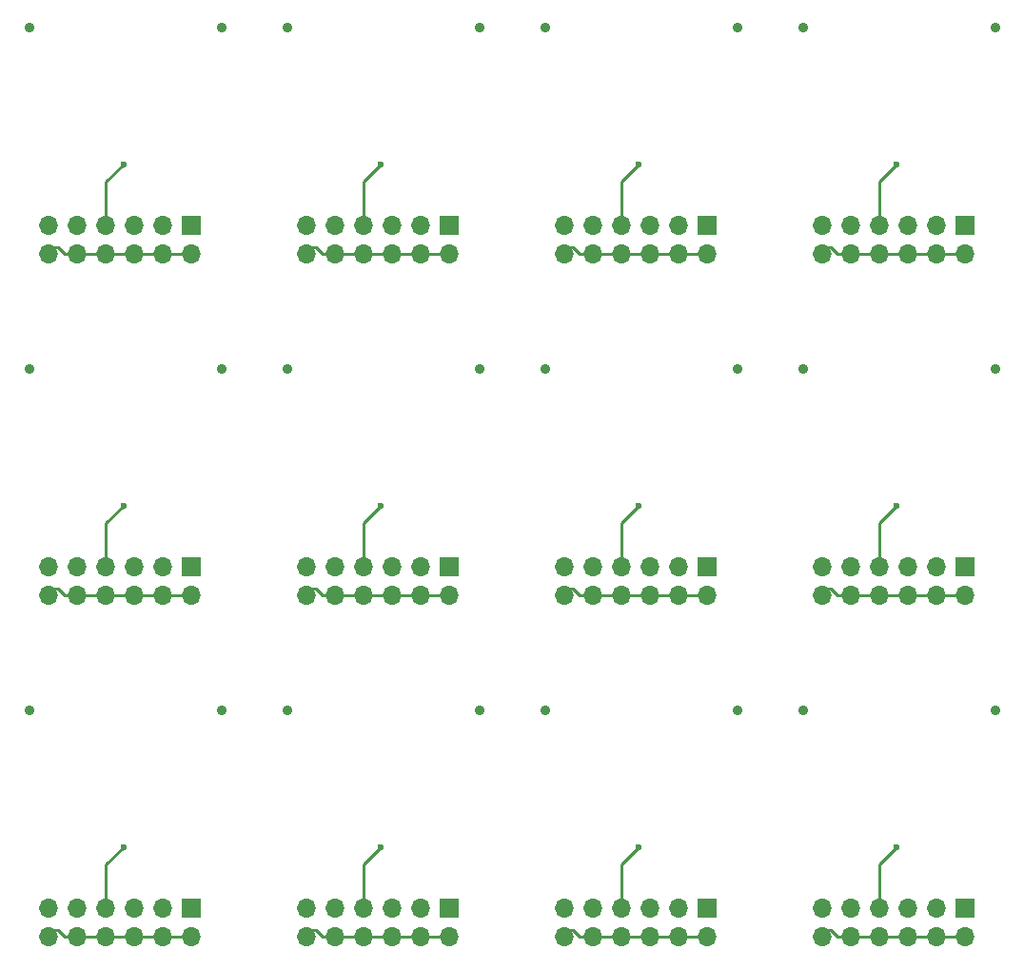
<source format=gbl>
%MOIN*%
%OFA0B0*%
%FSLAX46Y46*%
%IPPOS*%
%LPD*%
%ADD10C,0.0039370078740157488*%
%ADD11C,0.035433070866141732*%
%ADD12R,0.066929133858267723X0.066929133858267723*%
%ADD13O,0.066929133858267723X0.066929133858267723*%
%ADD14C,0.023622047244094488*%
%ADD15C,0.00984251968503937*%
%ADD26C,0.0039370078740157488*%
%ADD27C,0.035433070866141732*%
%ADD28R,0.066929133858267723X0.066929133858267723*%
%ADD29O,0.066929133858267723X0.066929133858267723*%
%ADD30C,0.023622047244094488*%
%ADD31C,0.00984251968503937*%
%ADD32C,0.0039370078740157488*%
%ADD33C,0.035433070866141732*%
%ADD34R,0.066929133858267723X0.066929133858267723*%
%ADD35O,0.066929133858267723X0.066929133858267723*%
%ADD36C,0.023622047244094488*%
%ADD37C,0.00984251968503937*%
%ADD38C,0.0039370078740157488*%
%ADD39C,0.035433070866141732*%
%ADD40R,0.066929133858267723X0.066929133858267723*%
%ADD41O,0.066929133858267723X0.066929133858267723*%
%ADD42C,0.023622047244094488*%
%ADD43C,0.00984251968503937*%
%ADD44C,0.0039370078740157488*%
%ADD45C,0.035433070866141732*%
%ADD46R,0.066929133858267723X0.066929133858267723*%
%ADD47O,0.066929133858267723X0.066929133858267723*%
%ADD48C,0.023622047244094488*%
%ADD49C,0.00984251968503937*%
%ADD50C,0.0039370078740157488*%
%ADD51C,0.035433070866141732*%
%ADD52R,0.066929133858267723X0.066929133858267723*%
%ADD53O,0.066929133858267723X0.066929133858267723*%
%ADD54C,0.023622047244094488*%
%ADD55C,0.00984251968503937*%
%ADD56C,0.0039370078740157488*%
%ADD57C,0.035433070866141732*%
%ADD58R,0.066929133858267723X0.066929133858267723*%
%ADD59O,0.066929133858267723X0.066929133858267723*%
%ADD60C,0.023622047244094488*%
%ADD61C,0.00984251968503937*%
%ADD62C,0.0039370078740157488*%
%ADD63C,0.035433070866141732*%
%ADD64R,0.066929133858267723X0.066929133858267723*%
%ADD65O,0.066929133858267723X0.066929133858267723*%
%ADD66C,0.023622047244094488*%
%ADD67C,0.00984251968503937*%
%ADD68C,0.0039370078740157488*%
%ADD69C,0.035433070866141732*%
%ADD70R,0.066929133858267723X0.066929133858267723*%
%ADD71O,0.066929133858267723X0.066929133858267723*%
%ADD72C,0.023622047244094488*%
%ADD73C,0.00984251968503937*%
%ADD74C,0.0039370078740157488*%
%ADD75C,0.035433070866141732*%
%ADD76R,0.066929133858267723X0.066929133858267723*%
%ADD77O,0.066929133858267723X0.066929133858267723*%
%ADD78C,0.023622047244094488*%
%ADD79C,0.00984251968503937*%
%ADD80C,0.0039370078740157488*%
%ADD81C,0.035433070866141732*%
%ADD82R,0.066929133858267723X0.066929133858267723*%
%ADD83O,0.066929133858267723X0.066929133858267723*%
%ADD84C,0.023622047244094488*%
%ADD85C,0.00984251968503937*%
%ADD86C,0.0039370078740157488*%
%ADD87C,0.035433070866141732*%
%ADD88R,0.066929133858267723X0.066929133858267723*%
%ADD89O,0.066929133858267723X0.066929133858267723*%
%ADD90C,0.023622047244094488*%
%ADD91C,0.00984251968503937*%
G01G01*
D10*
D11*
X0000002500Y0000000000D02*
X0000724921Y0000852775D03*
X0000051692Y0000852775D03*
D12*
X0000620000Y0000160019D03*
D13*
X0000620000Y0000060019D03*
X0000520000Y0000160019D03*
X0000520000Y0000060019D03*
X0000420000Y0000160019D03*
X0000420000Y0000060019D03*
X0000320000Y0000160019D03*
X0000320000Y0000060019D03*
X0000220000Y0000160019D03*
X0000220000Y0000060019D03*
X0000120000Y0000160019D03*
X0000120000Y0000060019D03*
D14*
X0000380236Y0000373862D03*
D15*
X0000220000Y0000060019D02*
X0000320000Y0000060019D01*
X0000320000Y0000060019D02*
X0000420000Y0000060019D01*
X0000420000Y0000060019D02*
X0000520000Y0000060019D01*
X0000520000Y0000060019D02*
X0000620000Y0000060019D01*
X0000120000Y0000060019D02*
X0000120000Y0000083157D01*
X0000150590Y0000083157D02*
X0000173728Y0000060019D01*
X0000120000Y0000083157D02*
X0000150590Y0000083157D01*
X0000220000Y0000060019D02*
X0000173728Y0000060019D01*
X0000320000Y0000313625D02*
X0000380236Y0000373862D01*
X0000320000Y0000160019D02*
X0000320000Y0000313625D01*
G04 next file*
G04 #@! TF.FileFunction,Copper,L2,Bot,Signal*
G04 Gerber Fmt 4.6, Leading zero omitted, Abs format (unit mm)*
G04 Created by KiCad (PCBNEW 4.0.4-stable) date 05/23/17 22:39:58*
G01G01*
G04 APERTURE LIST*
G04 APERTURE END LIST*
D26*
D27*
X0000002500Y0001195610D02*
X0000724921Y0002048385D03*
X0000051692Y0002048385D03*
D28*
X0000620000Y0001355629D03*
D29*
X0000620000Y0001255629D03*
X0000520000Y0001355629D03*
X0000520000Y0001255629D03*
X0000420000Y0001355629D03*
X0000420000Y0001255629D03*
X0000320000Y0001355629D03*
X0000320000Y0001255629D03*
X0000220000Y0001355629D03*
X0000220000Y0001255629D03*
X0000120000Y0001355629D03*
X0000120000Y0001255629D03*
D30*
X0000380236Y0001569472D03*
D31*
X0000220000Y0001255629D02*
X0000320000Y0001255629D01*
X0000320000Y0001255629D02*
X0000420000Y0001255629D01*
X0000420000Y0001255629D02*
X0000520000Y0001255629D01*
X0000520000Y0001255629D02*
X0000620000Y0001255629D01*
X0000120000Y0001255629D02*
X0000120000Y0001278767D01*
X0000150590Y0001278767D02*
X0000173728Y0001255629D01*
X0000120000Y0001278767D02*
X0000150590Y0001278767D01*
X0000220000Y0001255629D02*
X0000173728Y0001255629D01*
X0000320000Y0001509236D02*
X0000380236Y0001569472D01*
X0000320000Y0001355629D02*
X0000320000Y0001509236D01*
G04 next file*
G04 #@! TF.FileFunction,Copper,L2,Bot,Signal*
G04 Gerber Fmt 4.6, Leading zero omitted, Abs format (unit mm)*
G04 Created by KiCad (PCBNEW 4.0.4-stable) date 05/23/17 22:39:58*
G01G01*
G04 APERTURE LIST*
G04 APERTURE END LIST*
D32*
D33*
X0000002500Y0002391220D02*
X0000724921Y0003243996D03*
X0000051692Y0003243996D03*
D34*
X0000620000Y0002551240D03*
D35*
X0000620000Y0002451240D03*
X0000520000Y0002551240D03*
X0000520000Y0002451240D03*
X0000420000Y0002551240D03*
X0000420000Y0002451240D03*
X0000320000Y0002551240D03*
X0000320000Y0002451240D03*
X0000220000Y0002551240D03*
X0000220000Y0002451240D03*
X0000120000Y0002551240D03*
X0000120000Y0002451240D03*
D36*
X0000380236Y0002765082D03*
D37*
X0000220000Y0002451240D02*
X0000320000Y0002451240D01*
X0000320000Y0002451240D02*
X0000420000Y0002451240D01*
X0000420000Y0002451240D02*
X0000520000Y0002451240D01*
X0000520000Y0002451240D02*
X0000620000Y0002451240D01*
X0000120000Y0002451240D02*
X0000120000Y0002474377D01*
X0000150590Y0002474377D02*
X0000173728Y0002451240D01*
X0000120000Y0002474377D02*
X0000150590Y0002474377D01*
X0000220000Y0002451240D02*
X0000173728Y0002451240D01*
X0000320000Y0002704846D02*
X0000380236Y0002765082D01*
X0000320000Y0002551240D02*
X0000320000Y0002704846D01*
G04 next file*
G04 #@! TF.FileFunction,Copper,L2,Bot,Signal*
G04 Gerber Fmt 4.6, Leading zero omitted, Abs format (unit mm)*
G04 Created by KiCad (PCBNEW 4.0.4-stable) date 05/23/17 22:39:58*
G01G01*
G04 APERTURE LIST*
G04 APERTURE END LIST*
D38*
D39*
X0000905610Y0000000000D02*
X0001628031Y0000852775D03*
X0000954803Y0000852775D03*
D40*
X0001523110Y0000160019D03*
D41*
X0001523110Y0000060019D03*
X0001423110Y0000160019D03*
X0001423110Y0000060019D03*
X0001323110Y0000160019D03*
X0001323110Y0000060019D03*
X0001223110Y0000160019D03*
X0001223110Y0000060019D03*
X0001123110Y0000160019D03*
X0001123110Y0000060019D03*
X0001023110Y0000160019D03*
X0001023110Y0000060019D03*
D42*
X0001283346Y0000373862D03*
D43*
X0001123110Y0000060019D02*
X0001223110Y0000060019D01*
X0001223110Y0000060019D02*
X0001323110Y0000060019D01*
X0001323110Y0000060019D02*
X0001423110Y0000060019D01*
X0001423110Y0000060019D02*
X0001523110Y0000060019D01*
X0001023110Y0000060019D02*
X0001023110Y0000083157D01*
X0001053700Y0000083157D02*
X0001076838Y0000060019D01*
X0001023110Y0000083157D02*
X0001053700Y0000083157D01*
X0001123110Y0000060019D02*
X0001076838Y0000060019D01*
X0001223110Y0000313625D02*
X0001283346Y0000373862D01*
X0001223110Y0000160019D02*
X0001223110Y0000313625D01*
G04 next file*
G04 #@! TF.FileFunction,Copper,L2,Bot,Signal*
G04 Gerber Fmt 4.6, Leading zero omitted, Abs format (unit mm)*
G04 Created by KiCad (PCBNEW 4.0.4-stable) date 05/23/17 22:39:58*
G01G01*
G04 APERTURE LIST*
G04 APERTURE END LIST*
D44*
D45*
X0001808720Y0000000000D02*
X0002531141Y0000852775D03*
X0001857913Y0000852775D03*
D46*
X0002426220Y0000160019D03*
D47*
X0002426220Y0000060019D03*
X0002326220Y0000160019D03*
X0002326220Y0000060019D03*
X0002226220Y0000160019D03*
X0002226220Y0000060019D03*
X0002126220Y0000160019D03*
X0002126220Y0000060019D03*
X0002026220Y0000160019D03*
X0002026220Y0000060019D03*
X0001926220Y0000160019D03*
X0001926220Y0000060019D03*
D48*
X0002186456Y0000373862D03*
D49*
X0002026220Y0000060019D02*
X0002126220Y0000060019D01*
X0002126220Y0000060019D02*
X0002226220Y0000060019D01*
X0002226220Y0000060019D02*
X0002326220Y0000060019D01*
X0002326220Y0000060019D02*
X0002426220Y0000060019D01*
X0001926220Y0000060019D02*
X0001926220Y0000083157D01*
X0001956811Y0000083157D02*
X0001979948Y0000060019D01*
X0001926220Y0000083157D02*
X0001956811Y0000083157D01*
X0002026220Y0000060019D02*
X0001979948Y0000060019D01*
X0002126220Y0000313625D02*
X0002186456Y0000373862D01*
X0002126220Y0000160019D02*
X0002126220Y0000313625D01*
G04 next file*
G04 #@! TF.FileFunction,Copper,L2,Bot,Signal*
G04 Gerber Fmt 4.6, Leading zero omitted, Abs format (unit mm)*
G04 Created by KiCad (PCBNEW 4.0.4-stable) date 05/23/17 22:39:58*
G01G01*
G04 APERTURE LIST*
G04 APERTURE END LIST*
D50*
D51*
X0002711830Y0000000000D02*
X0003434251Y0000852775D03*
X0002761023Y0000852775D03*
D52*
X0003329330Y0000160019D03*
D53*
X0003329330Y0000060019D03*
X0003229330Y0000160019D03*
X0003229330Y0000060019D03*
X0003129330Y0000160019D03*
X0003129330Y0000060019D03*
X0003029330Y0000160019D03*
X0003029330Y0000060019D03*
X0002929330Y0000160019D03*
X0002929330Y0000060019D03*
X0002829330Y0000160019D03*
X0002829330Y0000060019D03*
D54*
X0003089566Y0000373862D03*
D55*
X0002929330Y0000060019D02*
X0003029330Y0000060019D01*
X0003029330Y0000060019D02*
X0003129330Y0000060019D01*
X0003129330Y0000060019D02*
X0003229330Y0000060019D01*
X0003229330Y0000060019D02*
X0003329330Y0000060019D01*
X0002829330Y0000060019D02*
X0002829330Y0000083157D01*
X0002859921Y0000083157D02*
X0002883059Y0000060019D01*
X0002829330Y0000083157D02*
X0002859921Y0000083157D01*
X0002929330Y0000060019D02*
X0002883059Y0000060019D01*
X0003029330Y0000313625D02*
X0003089566Y0000373862D01*
X0003029330Y0000160019D02*
X0003029330Y0000313625D01*
G04 next file*
G04 #@! TF.FileFunction,Copper,L2,Bot,Signal*
G04 Gerber Fmt 4.6, Leading zero omitted, Abs format (unit mm)*
G04 Created by KiCad (PCBNEW 4.0.4-stable) date 05/23/17 22:39:58*
G01G01*
G04 APERTURE LIST*
G04 APERTURE END LIST*
D56*
D57*
X0000905610Y0001195610D02*
X0001628031Y0002048385D03*
X0000954803Y0002048385D03*
D58*
X0001523110Y0001355629D03*
D59*
X0001523110Y0001255629D03*
X0001423110Y0001355629D03*
X0001423110Y0001255629D03*
X0001323110Y0001355629D03*
X0001323110Y0001255629D03*
X0001223110Y0001355629D03*
X0001223110Y0001255629D03*
X0001123110Y0001355629D03*
X0001123110Y0001255629D03*
X0001023110Y0001355629D03*
X0001023110Y0001255629D03*
D60*
X0001283346Y0001569472D03*
D61*
X0001123110Y0001255629D02*
X0001223110Y0001255629D01*
X0001223110Y0001255629D02*
X0001323110Y0001255629D01*
X0001323110Y0001255629D02*
X0001423110Y0001255629D01*
X0001423110Y0001255629D02*
X0001523110Y0001255629D01*
X0001023110Y0001255629D02*
X0001023110Y0001278767D01*
X0001053700Y0001278767D02*
X0001076838Y0001255629D01*
X0001023110Y0001278767D02*
X0001053700Y0001278767D01*
X0001123110Y0001255629D02*
X0001076838Y0001255629D01*
X0001223110Y0001509236D02*
X0001283346Y0001569472D01*
X0001223110Y0001355629D02*
X0001223110Y0001509236D01*
G04 next file*
G04 #@! TF.FileFunction,Copper,L2,Bot,Signal*
G04 Gerber Fmt 4.6, Leading zero omitted, Abs format (unit mm)*
G04 Created by KiCad (PCBNEW 4.0.4-stable) date 05/23/17 22:39:58*
G01G01*
G04 APERTURE LIST*
G04 APERTURE END LIST*
D62*
D63*
X0000905610Y0002391220D02*
X0001628031Y0003243996D03*
X0000954803Y0003243996D03*
D64*
X0001523110Y0002551240D03*
D65*
X0001523110Y0002451240D03*
X0001423110Y0002551240D03*
X0001423110Y0002451240D03*
X0001323110Y0002551240D03*
X0001323110Y0002451240D03*
X0001223110Y0002551240D03*
X0001223110Y0002451240D03*
X0001123110Y0002551240D03*
X0001123110Y0002451240D03*
X0001023110Y0002551240D03*
X0001023110Y0002451240D03*
D66*
X0001283346Y0002765082D03*
D67*
X0001123110Y0002451240D02*
X0001223110Y0002451240D01*
X0001223110Y0002451240D02*
X0001323110Y0002451240D01*
X0001323110Y0002451240D02*
X0001423110Y0002451240D01*
X0001423110Y0002451240D02*
X0001523110Y0002451240D01*
X0001023110Y0002451240D02*
X0001023110Y0002474377D01*
X0001053700Y0002474377D02*
X0001076838Y0002451240D01*
X0001023110Y0002474377D02*
X0001053700Y0002474377D01*
X0001123110Y0002451240D02*
X0001076838Y0002451240D01*
X0001223110Y0002704846D02*
X0001283346Y0002765082D01*
X0001223110Y0002551240D02*
X0001223110Y0002704846D01*
G04 next file*
G04 #@! TF.FileFunction,Copper,L2,Bot,Signal*
G04 Gerber Fmt 4.6, Leading zero omitted, Abs format (unit mm)*
G04 Created by KiCad (PCBNEW 4.0.4-stable) date 05/23/17 22:39:58*
G01G01*
G04 APERTURE LIST*
G04 APERTURE END LIST*
D68*
D69*
X0001808720Y0001195610D02*
X0002531141Y0002048385D03*
X0001857913Y0002048385D03*
D70*
X0002426220Y0001355629D03*
D71*
X0002426220Y0001255629D03*
X0002326220Y0001355629D03*
X0002326220Y0001255629D03*
X0002226220Y0001355629D03*
X0002226220Y0001255629D03*
X0002126220Y0001355629D03*
X0002126220Y0001255629D03*
X0002026220Y0001355629D03*
X0002026220Y0001255629D03*
X0001926220Y0001355629D03*
X0001926220Y0001255629D03*
D72*
X0002186456Y0001569472D03*
D73*
X0002026220Y0001255629D02*
X0002126220Y0001255629D01*
X0002126220Y0001255629D02*
X0002226220Y0001255629D01*
X0002226220Y0001255629D02*
X0002326220Y0001255629D01*
X0002326220Y0001255629D02*
X0002426220Y0001255629D01*
X0001926220Y0001255629D02*
X0001926220Y0001278767D01*
X0001956811Y0001278767D02*
X0001979948Y0001255629D01*
X0001926220Y0001278767D02*
X0001956811Y0001278767D01*
X0002026220Y0001255629D02*
X0001979948Y0001255629D01*
X0002126220Y0001509236D02*
X0002186456Y0001569472D01*
X0002126220Y0001355629D02*
X0002126220Y0001509236D01*
G04 next file*
G04 #@! TF.FileFunction,Copper,L2,Bot,Signal*
G04 Gerber Fmt 4.6, Leading zero omitted, Abs format (unit mm)*
G04 Created by KiCad (PCBNEW 4.0.4-stable) date 05/23/17 22:39:58*
G01G01*
G04 APERTURE LIST*
G04 APERTURE END LIST*
D74*
D75*
X0002711830Y0001195610D02*
X0003434251Y0002048385D03*
X0002761023Y0002048385D03*
D76*
X0003329330Y0001355629D03*
D77*
X0003329330Y0001255629D03*
X0003229330Y0001355629D03*
X0003229330Y0001255629D03*
X0003129330Y0001355629D03*
X0003129330Y0001255629D03*
X0003029330Y0001355629D03*
X0003029330Y0001255629D03*
X0002929330Y0001355629D03*
X0002929330Y0001255629D03*
X0002829330Y0001355629D03*
X0002829330Y0001255629D03*
D78*
X0003089566Y0001569472D03*
D79*
X0002929330Y0001255629D02*
X0003029330Y0001255629D01*
X0003029330Y0001255629D02*
X0003129330Y0001255629D01*
X0003129330Y0001255629D02*
X0003229330Y0001255629D01*
X0003229330Y0001255629D02*
X0003329330Y0001255629D01*
X0002829330Y0001255629D02*
X0002829330Y0001278767D01*
X0002859921Y0001278767D02*
X0002883059Y0001255629D01*
X0002829330Y0001278767D02*
X0002859921Y0001278767D01*
X0002929330Y0001255629D02*
X0002883059Y0001255629D01*
X0003029330Y0001509236D02*
X0003089566Y0001569472D01*
X0003029330Y0001355629D02*
X0003029330Y0001509236D01*
G04 next file*
G04 #@! TF.FileFunction,Copper,L2,Bot,Signal*
G04 Gerber Fmt 4.6, Leading zero omitted, Abs format (unit mm)*
G04 Created by KiCad (PCBNEW 4.0.4-stable) date 05/23/17 22:39:58*
G01G01*
G04 APERTURE LIST*
G04 APERTURE END LIST*
D80*
D81*
X0001808720Y0002391220D02*
X0002531141Y0003243996D03*
X0001857913Y0003243996D03*
D82*
X0002426220Y0002551240D03*
D83*
X0002426220Y0002451240D03*
X0002326220Y0002551240D03*
X0002326220Y0002451240D03*
X0002226220Y0002551240D03*
X0002226220Y0002451240D03*
X0002126220Y0002551240D03*
X0002126220Y0002451240D03*
X0002026220Y0002551240D03*
X0002026220Y0002451240D03*
X0001926220Y0002551240D03*
X0001926220Y0002451240D03*
D84*
X0002186456Y0002765082D03*
D85*
X0002026220Y0002451240D02*
X0002126220Y0002451240D01*
X0002126220Y0002451240D02*
X0002226220Y0002451240D01*
X0002226220Y0002451240D02*
X0002326220Y0002451240D01*
X0002326220Y0002451240D02*
X0002426220Y0002451240D01*
X0001926220Y0002451240D02*
X0001926220Y0002474377D01*
X0001956811Y0002474377D02*
X0001979948Y0002451240D01*
X0001926220Y0002474377D02*
X0001956811Y0002474377D01*
X0002026220Y0002451240D02*
X0001979948Y0002451240D01*
X0002126220Y0002704846D02*
X0002186456Y0002765082D01*
X0002126220Y0002551240D02*
X0002126220Y0002704846D01*
G04 next file*
G04 #@! TF.FileFunction,Copper,L2,Bot,Signal*
G04 Gerber Fmt 4.6, Leading zero omitted, Abs format (unit mm)*
G04 Created by KiCad (PCBNEW 4.0.4-stable) date 05/23/17 22:39:58*
G01G01*
G04 APERTURE LIST*
G04 APERTURE END LIST*
D86*
D87*
X0002711830Y0002391220D02*
X0003434251Y0003243996D03*
X0002761023Y0003243996D03*
D88*
X0003329330Y0002551240D03*
D89*
X0003329330Y0002451240D03*
X0003229330Y0002551240D03*
X0003229330Y0002451240D03*
X0003129330Y0002551240D03*
X0003129330Y0002451240D03*
X0003029330Y0002551240D03*
X0003029330Y0002451240D03*
X0002929330Y0002551240D03*
X0002929330Y0002451240D03*
X0002829330Y0002551240D03*
X0002829330Y0002451240D03*
D90*
X0003089566Y0002765082D03*
D91*
X0002929330Y0002451240D02*
X0003029330Y0002451240D01*
X0003029330Y0002451240D02*
X0003129330Y0002451240D01*
X0003129330Y0002451240D02*
X0003229330Y0002451240D01*
X0003229330Y0002451240D02*
X0003329330Y0002451240D01*
X0002829330Y0002451240D02*
X0002829330Y0002474377D01*
X0002859921Y0002474377D02*
X0002883059Y0002451240D01*
X0002829330Y0002474377D02*
X0002859921Y0002474377D01*
X0002929330Y0002451240D02*
X0002883059Y0002451240D01*
X0003029330Y0002704846D02*
X0003089566Y0002765082D01*
X0003029330Y0002551240D02*
X0003029330Y0002704846D01*
M02*
</source>
